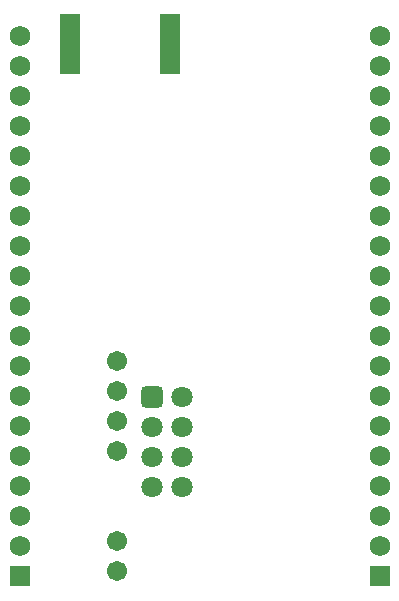
<source format=gbs>
%FSAX24Y24*%
%MOIN*%
G70*
G01*
G75*
G04 Layer_Color=16711935*
G04:AMPARAMS|DCode=10|XSize=17.7mil|YSize=43.3mil|CornerRadius=4.4mil|HoleSize=0mil|Usage=FLASHONLY|Rotation=180.000|XOffset=0mil|YOffset=0mil|HoleType=Round|Shape=RoundedRectangle|*
%AMROUNDEDRECTD10*
21,1,0.0177,0.0344,0,0,180.0*
21,1,0.0089,0.0433,0,0,180.0*
1,1,0.0089,-0.0044,0.0172*
1,1,0.0089,0.0044,0.0172*
1,1,0.0089,0.0044,-0.0172*
1,1,0.0089,-0.0044,-0.0172*
%
%ADD10ROUNDEDRECTD10*%
G04:AMPARAMS|DCode=11|XSize=84.6mil|YSize=84.6mil|CornerRadius=4.2mil|HoleSize=0mil|Usage=FLASHONLY|Rotation=90.000|XOffset=0mil|YOffset=0mil|HoleType=Round|Shape=RoundedRectangle|*
%AMROUNDEDRECTD11*
21,1,0.0846,0.0762,0,0,90.0*
21,1,0.0762,0.0846,0,0,90.0*
1,1,0.0085,0.0381,0.0381*
1,1,0.0085,0.0381,-0.0381*
1,1,0.0085,-0.0381,-0.0381*
1,1,0.0085,-0.0381,0.0381*
%
%ADD11ROUNDEDRECTD11*%
G04:AMPARAMS|DCode=12|XSize=17.7mil|YSize=43.3mil|CornerRadius=4.4mil|HoleSize=0mil|Usage=FLASHONLY|Rotation=270.000|XOffset=0mil|YOffset=0mil|HoleType=Round|Shape=RoundedRectangle|*
%AMROUNDEDRECTD12*
21,1,0.0177,0.0344,0,0,270.0*
21,1,0.0089,0.0433,0,0,270.0*
1,1,0.0089,-0.0172,-0.0044*
1,1,0.0089,-0.0172,0.0044*
1,1,0.0089,0.0172,0.0044*
1,1,0.0089,0.0172,-0.0044*
%
%ADD12ROUNDEDRECTD12*%
G04:AMPARAMS|DCode=13|XSize=59.1mil|YSize=51.2mil|CornerRadius=12.8mil|HoleSize=0mil|Usage=FLASHONLY|Rotation=270.000|XOffset=0mil|YOffset=0mil|HoleType=Round|Shape=RoundedRectangle|*
%AMROUNDEDRECTD13*
21,1,0.0591,0.0256,0,0,270.0*
21,1,0.0335,0.0512,0,0,270.0*
1,1,0.0256,-0.0128,-0.0167*
1,1,0.0256,-0.0128,0.0167*
1,1,0.0256,0.0128,0.0167*
1,1,0.0256,0.0128,-0.0167*
%
%ADD13ROUNDEDRECTD13*%
G04:AMPARAMS|DCode=14|XSize=39.4mil|YSize=39.4mil|CornerRadius=9.8mil|HoleSize=0mil|Usage=FLASHONLY|Rotation=180.000|XOffset=0mil|YOffset=0mil|HoleType=Round|Shape=RoundedRectangle|*
%AMROUNDEDRECTD14*
21,1,0.0394,0.0197,0,0,180.0*
21,1,0.0197,0.0394,0,0,180.0*
1,1,0.0197,-0.0098,0.0098*
1,1,0.0197,0.0098,0.0098*
1,1,0.0197,0.0098,-0.0098*
1,1,0.0197,-0.0098,-0.0098*
%
%ADD14ROUNDEDRECTD14*%
G04:AMPARAMS|DCode=15|XSize=32mil|YSize=40mil|CornerRadius=4mil|HoleSize=0mil|Usage=FLASHONLY|Rotation=270.000|XOffset=0mil|YOffset=0mil|HoleType=Round|Shape=RoundedRectangle|*
%AMROUNDEDRECTD15*
21,1,0.0320,0.0320,0,0,270.0*
21,1,0.0240,0.0400,0,0,270.0*
1,1,0.0080,-0.0160,-0.0120*
1,1,0.0080,-0.0160,0.0120*
1,1,0.0080,0.0160,0.0120*
1,1,0.0080,0.0160,-0.0120*
%
%ADD15ROUNDEDRECTD15*%
%ADD16R,0.1063X0.0669*%
%ADD17R,0.0512X0.0354*%
%ADD18R,0.0748X0.0354*%
%ADD19R,0.0630X0.1929*%
%ADD20R,0.0276X0.0925*%
G04:AMPARAMS|DCode=21|XSize=39.4mil|YSize=39.4mil|CornerRadius=9.8mil|HoleSize=0mil|Usage=FLASHONLY|Rotation=90.000|XOffset=0mil|YOffset=0mil|HoleType=Round|Shape=RoundedRectangle|*
%AMROUNDEDRECTD21*
21,1,0.0394,0.0197,0,0,90.0*
21,1,0.0197,0.0394,0,0,90.0*
1,1,0.0197,0.0098,0.0098*
1,1,0.0197,0.0098,-0.0098*
1,1,0.0197,-0.0098,-0.0098*
1,1,0.0197,-0.0098,0.0098*
%
%ADD21ROUNDEDRECTD21*%
G04:AMPARAMS|DCode=22|XSize=59.1mil|YSize=51.2mil|CornerRadius=12.8mil|HoleSize=0mil|Usage=FLASHONLY|Rotation=0.000|XOffset=0mil|YOffset=0mil|HoleType=Round|Shape=RoundedRectangle|*
%AMROUNDEDRECTD22*
21,1,0.0591,0.0256,0,0,0.0*
21,1,0.0335,0.0512,0,0,0.0*
1,1,0.0256,0.0167,-0.0128*
1,1,0.0256,-0.0167,-0.0128*
1,1,0.0256,-0.0167,0.0128*
1,1,0.0256,0.0167,0.0128*
%
%ADD22ROUNDEDRECTD22*%
G04:AMPARAMS|DCode=23|XSize=70.9mil|YSize=65mil|CornerRadius=4.9mil|HoleSize=0mil|Usage=FLASHONLY|Rotation=0.000|XOffset=0mil|YOffset=0mil|HoleType=Round|Shape=RoundedRectangle|*
%AMROUNDEDRECTD23*
21,1,0.0709,0.0552,0,0,0.0*
21,1,0.0611,0.0650,0,0,0.0*
1,1,0.0097,0.0306,-0.0276*
1,1,0.0097,-0.0306,-0.0276*
1,1,0.0097,-0.0306,0.0276*
1,1,0.0097,0.0306,0.0276*
%
%ADD23ROUNDEDRECTD23*%
G04:AMPARAMS|DCode=24|XSize=32mil|YSize=40mil|CornerRadius=4mil|HoleSize=0mil|Usage=FLASHONLY|Rotation=0.000|XOffset=0mil|YOffset=0mil|HoleType=Round|Shape=RoundedRectangle|*
%AMROUNDEDRECTD24*
21,1,0.0320,0.0320,0,0,0.0*
21,1,0.0240,0.0400,0,0,0.0*
1,1,0.0080,0.0120,-0.0160*
1,1,0.0080,-0.0120,-0.0160*
1,1,0.0080,-0.0120,0.0160*
1,1,0.0080,0.0120,0.0160*
%
%ADD24ROUNDEDRECTD24*%
%ADD25O,0.0236X0.0827*%
%ADD26R,0.0354X0.0217*%
%ADD27C,0.0118*%
%ADD28C,0.0197*%
%ADD29C,0.0079*%
%ADD30C,0.0100*%
%ADD31C,0.0080*%
%ADD32R,0.0256X0.0591*%
%ADD33R,0.0394X0.0217*%
%ADD34R,0.0217X0.0394*%
%ADD35R,0.0591X0.0256*%
%ADD36C,0.0591*%
%ADD37C,0.0630*%
G04:AMPARAMS|DCode=38|XSize=63mil|YSize=63mil|CornerRadius=7.9mil|HoleSize=0mil|Usage=FLASHONLY|Rotation=270.000|XOffset=0mil|YOffset=0mil|HoleType=Round|Shape=RoundedRectangle|*
%AMROUNDEDRECTD38*
21,1,0.0630,0.0472,0,0,270.0*
21,1,0.0472,0.0630,0,0,270.0*
1,1,0.0157,-0.0236,-0.0236*
1,1,0.0157,-0.0236,0.0236*
1,1,0.0157,0.0236,0.0236*
1,1,0.0157,0.0236,-0.0236*
%
%ADD38ROUNDEDRECTD38*%
%ADD39C,0.0600*%
%ADD40R,0.0600X0.0600*%
%ADD41C,0.0256*%
%ADD42C,0.0098*%
%ADD43C,0.0059*%
%ADD44C,0.0039*%
%ADD45C,0.0071*%
%ADD46R,0.0472X0.0551*%
%ADD47R,0.0374X0.0384*%
%ADD48R,0.0394X0.0315*%
%ADD49R,0.0384X0.0374*%
%ADD50R,0.0551X0.0472*%
%ADD51R,0.0669X0.0620*%
%ADD52R,0.0315X0.0394*%
%ADD53R,0.0226X0.0581*%
G04:AMPARAMS|DCode=54|XSize=21.7mil|YSize=47.2mil|CornerRadius=6.4mil|HoleSize=0mil|Usage=FLASHONLY|Rotation=180.000|XOffset=0mil|YOffset=0mil|HoleType=Round|Shape=RoundedRectangle|*
%AMROUNDEDRECTD54*
21,1,0.0217,0.0344,0,0,180.0*
21,1,0.0089,0.0472,0,0,180.0*
1,1,0.0128,-0.0044,0.0172*
1,1,0.0128,0.0044,0.0172*
1,1,0.0128,0.0044,-0.0172*
1,1,0.0128,-0.0044,-0.0172*
%
%ADD54ROUNDEDRECTD54*%
G04:AMPARAMS|DCode=55|XSize=88.6mil|YSize=88.6mil|CornerRadius=6.2mil|HoleSize=0mil|Usage=FLASHONLY|Rotation=90.000|XOffset=0mil|YOffset=0mil|HoleType=Round|Shape=RoundedRectangle|*
%AMROUNDEDRECTD55*
21,1,0.0886,0.0762,0,0,90.0*
21,1,0.0762,0.0886,0,0,90.0*
1,1,0.0124,0.0381,0.0381*
1,1,0.0124,0.0381,-0.0381*
1,1,0.0124,-0.0381,-0.0381*
1,1,0.0124,-0.0381,0.0381*
%
%ADD55ROUNDEDRECTD55*%
G04:AMPARAMS|DCode=56|XSize=21.7mil|YSize=47.2mil|CornerRadius=6.4mil|HoleSize=0mil|Usage=FLASHONLY|Rotation=270.000|XOffset=0mil|YOffset=0mil|HoleType=Round|Shape=RoundedRectangle|*
%AMROUNDEDRECTD56*
21,1,0.0217,0.0344,0,0,270.0*
21,1,0.0089,0.0472,0,0,270.0*
1,1,0.0128,-0.0172,-0.0044*
1,1,0.0128,-0.0172,0.0044*
1,1,0.0128,0.0172,0.0044*
1,1,0.0128,0.0172,-0.0044*
%
%ADD56ROUNDEDRECTD56*%
%ADD57R,0.1102X0.0709*%
%ADD58R,0.0551X0.0394*%
%ADD59R,0.0787X0.0394*%
%ADD60R,0.0669X0.1969*%
%ADD61R,0.0315X0.0965*%
%ADD62R,0.0394X0.0256*%
G04:AMPARAMS|DCode=63|XSize=25.7mil|YSize=51.3mil|CornerRadius=8.4mil|HoleSize=0mil|Usage=FLASHONLY|Rotation=180.000|XOffset=0mil|YOffset=0mil|HoleType=Round|Shape=RoundedRectangle|*
%AMROUNDEDRECTD63*
21,1,0.0257,0.0344,0,0,180.0*
21,1,0.0089,0.0513,0,0,180.0*
1,1,0.0169,-0.0044,0.0172*
1,1,0.0169,0.0044,0.0172*
1,1,0.0169,0.0044,-0.0172*
1,1,0.0169,-0.0044,-0.0172*
%
%ADD63ROUNDEDRECTD63*%
G04:AMPARAMS|DCode=64|XSize=92.6mil|YSize=92.6mil|CornerRadius=8.2mil|HoleSize=0mil|Usage=FLASHONLY|Rotation=90.000|XOffset=0mil|YOffset=0mil|HoleType=Round|Shape=RoundedRectangle|*
%AMROUNDEDRECTD64*
21,1,0.0926,0.0762,0,0,90.0*
21,1,0.0762,0.0926,0,0,90.0*
1,1,0.0165,0.0381,0.0381*
1,1,0.0165,0.0381,-0.0381*
1,1,0.0165,-0.0381,-0.0381*
1,1,0.0165,-0.0381,0.0381*
%
%ADD64ROUNDEDRECTD64*%
G04:AMPARAMS|DCode=65|XSize=25.7mil|YSize=51.3mil|CornerRadius=8.4mil|HoleSize=0mil|Usage=FLASHONLY|Rotation=270.000|XOffset=0mil|YOffset=0mil|HoleType=Round|Shape=RoundedRectangle|*
%AMROUNDEDRECTD65*
21,1,0.0257,0.0344,0,0,270.0*
21,1,0.0089,0.0513,0,0,270.0*
1,1,0.0169,-0.0172,-0.0044*
1,1,0.0169,-0.0172,0.0044*
1,1,0.0169,0.0172,0.0044*
1,1,0.0169,0.0172,-0.0044*
%
%ADD65ROUNDEDRECTD65*%
G04:AMPARAMS|DCode=66|XSize=67.1mil|YSize=59.2mil|CornerRadius=16.8mil|HoleSize=0mil|Usage=FLASHONLY|Rotation=270.000|XOffset=0mil|YOffset=0mil|HoleType=Round|Shape=RoundedRectangle|*
%AMROUNDEDRECTD66*
21,1,0.0671,0.0256,0,0,270.0*
21,1,0.0335,0.0592,0,0,270.0*
1,1,0.0336,-0.0128,-0.0167*
1,1,0.0336,-0.0128,0.0167*
1,1,0.0336,0.0128,0.0167*
1,1,0.0336,0.0128,-0.0167*
%
%ADD66ROUNDEDRECTD66*%
G04:AMPARAMS|DCode=67|XSize=45.4mil|YSize=45.4mil|CornerRadius=12.8mil|HoleSize=0mil|Usage=FLASHONLY|Rotation=180.000|XOffset=0mil|YOffset=0mil|HoleType=Round|Shape=RoundedRectangle|*
%AMROUNDEDRECTD67*
21,1,0.0454,0.0197,0,0,180.0*
21,1,0.0197,0.0454,0,0,180.0*
1,1,0.0257,-0.0098,0.0098*
1,1,0.0257,0.0098,0.0098*
1,1,0.0257,0.0098,-0.0098*
1,1,0.0257,-0.0098,-0.0098*
%
%ADD67ROUNDEDRECTD67*%
G04:AMPARAMS|DCode=68|XSize=40mil|YSize=48mil|CornerRadius=8mil|HoleSize=0mil|Usage=FLASHONLY|Rotation=270.000|XOffset=0mil|YOffset=0mil|HoleType=Round|Shape=RoundedRectangle|*
%AMROUNDEDRECTD68*
21,1,0.0400,0.0320,0,0,270.0*
21,1,0.0240,0.0480,0,0,270.0*
1,1,0.0160,-0.0160,-0.0120*
1,1,0.0160,-0.0160,0.0120*
1,1,0.0160,0.0160,0.0120*
1,1,0.0160,0.0160,-0.0120*
%
%ADD68ROUNDEDRECTD68*%
%ADD69R,0.1143X0.0749*%
%ADD70R,0.0592X0.0434*%
%ADD71R,0.0828X0.0434*%
%ADD72R,0.0710X0.2009*%
%ADD73R,0.0356X0.1005*%
G04:AMPARAMS|DCode=74|XSize=45.4mil|YSize=45.4mil|CornerRadius=12.8mil|HoleSize=0mil|Usage=FLASHONLY|Rotation=90.000|XOffset=0mil|YOffset=0mil|HoleType=Round|Shape=RoundedRectangle|*
%AMROUNDEDRECTD74*
21,1,0.0454,0.0197,0,0,90.0*
21,1,0.0197,0.0454,0,0,90.0*
1,1,0.0257,0.0098,0.0098*
1,1,0.0257,0.0098,-0.0098*
1,1,0.0257,-0.0098,-0.0098*
1,1,0.0257,-0.0098,0.0098*
%
%ADD74ROUNDEDRECTD74*%
G04:AMPARAMS|DCode=75|XSize=67.1mil|YSize=59.2mil|CornerRadius=16.8mil|HoleSize=0mil|Usage=FLASHONLY|Rotation=0.000|XOffset=0mil|YOffset=0mil|HoleType=Round|Shape=RoundedRectangle|*
%AMROUNDEDRECTD75*
21,1,0.0671,0.0256,0,0,0.0*
21,1,0.0335,0.0592,0,0,0.0*
1,1,0.0336,0.0167,-0.0128*
1,1,0.0336,-0.0167,-0.0128*
1,1,0.0336,-0.0167,0.0128*
1,1,0.0336,0.0167,0.0128*
%
%ADD75ROUNDEDRECTD75*%
G04:AMPARAMS|DCode=76|XSize=78.9mil|YSize=73mil|CornerRadius=8.9mil|HoleSize=0mil|Usage=FLASHONLY|Rotation=0.000|XOffset=0mil|YOffset=0mil|HoleType=Round|Shape=RoundedRectangle|*
%AMROUNDEDRECTD76*
21,1,0.0789,0.0552,0,0,0.0*
21,1,0.0611,0.0730,0,0,0.0*
1,1,0.0177,0.0306,-0.0276*
1,1,0.0177,-0.0306,-0.0276*
1,1,0.0177,-0.0306,0.0276*
1,1,0.0177,0.0306,0.0276*
%
%ADD76ROUNDEDRECTD76*%
G04:AMPARAMS|DCode=77|XSize=40mil|YSize=48mil|CornerRadius=8mil|HoleSize=0mil|Usage=FLASHONLY|Rotation=0.000|XOffset=0mil|YOffset=0mil|HoleType=Round|Shape=RoundedRectangle|*
%AMROUNDEDRECTD77*
21,1,0.0400,0.0320,0,0,0.0*
21,1,0.0240,0.0480,0,0,0.0*
1,1,0.0160,0.0120,-0.0160*
1,1,0.0160,-0.0120,-0.0160*
1,1,0.0160,-0.0120,0.0160*
1,1,0.0160,0.0120,0.0160*
%
%ADD77ROUNDEDRECTD77*%
%ADD78O,0.0316X0.0907*%
%ADD79R,0.0434X0.0297*%
%ADD80R,0.0336X0.0671*%
%ADD81R,0.0454X0.0277*%
%ADD82R,0.0277X0.0454*%
%ADD83R,0.0671X0.0336*%
%ADD84C,0.0671*%
%ADD85C,0.0710*%
G04:AMPARAMS|DCode=86|XSize=71mil|YSize=71mil|CornerRadius=11.9mil|HoleSize=0mil|Usage=FLASHONLY|Rotation=270.000|XOffset=0mil|YOffset=0mil|HoleType=Round|Shape=RoundedRectangle|*
%AMROUNDEDRECTD86*
21,1,0.0710,0.0472,0,0,270.0*
21,1,0.0472,0.0710,0,0,270.0*
1,1,0.0237,-0.0236,-0.0236*
1,1,0.0237,-0.0236,0.0236*
1,1,0.0237,0.0236,0.0236*
1,1,0.0237,0.0236,-0.0236*
%
%ADD86ROUNDEDRECTD86*%
%ADD87C,0.0680*%
%ADD88R,0.0680X0.0680*%
D72*
X045374Y046083D02*
D03*
X042028D02*
D03*
D84*
X043602Y028528D02*
D03*
Y029528D02*
D03*
Y032528D02*
D03*
Y033528D02*
D03*
Y034528D02*
D03*
Y035528D02*
D03*
D85*
X045776Y031325D02*
D03*
X044776D02*
D03*
X045776Y032325D02*
D03*
X044776D02*
D03*
X045776Y033325D02*
D03*
X044776D02*
D03*
X045776Y034325D02*
D03*
D86*
X044776D02*
D03*
D87*
X040354Y046346D02*
D03*
Y045346D02*
D03*
Y044346D02*
D03*
Y043346D02*
D03*
Y042346D02*
D03*
Y041346D02*
D03*
Y040346D02*
D03*
Y039346D02*
D03*
Y038346D02*
D03*
Y037346D02*
D03*
Y036346D02*
D03*
Y035346D02*
D03*
Y034346D02*
D03*
Y033346D02*
D03*
Y032346D02*
D03*
Y031346D02*
D03*
Y030346D02*
D03*
Y029346D02*
D03*
X052362Y046346D02*
D03*
Y045346D02*
D03*
Y044346D02*
D03*
Y043346D02*
D03*
Y042346D02*
D03*
Y041346D02*
D03*
Y040346D02*
D03*
Y039346D02*
D03*
Y038346D02*
D03*
Y037346D02*
D03*
Y036346D02*
D03*
Y035346D02*
D03*
Y034346D02*
D03*
Y033346D02*
D03*
Y032346D02*
D03*
Y031346D02*
D03*
Y030346D02*
D03*
Y029346D02*
D03*
D88*
X040354Y028346D02*
D03*
X052362D02*
D03*
M02*

</source>
